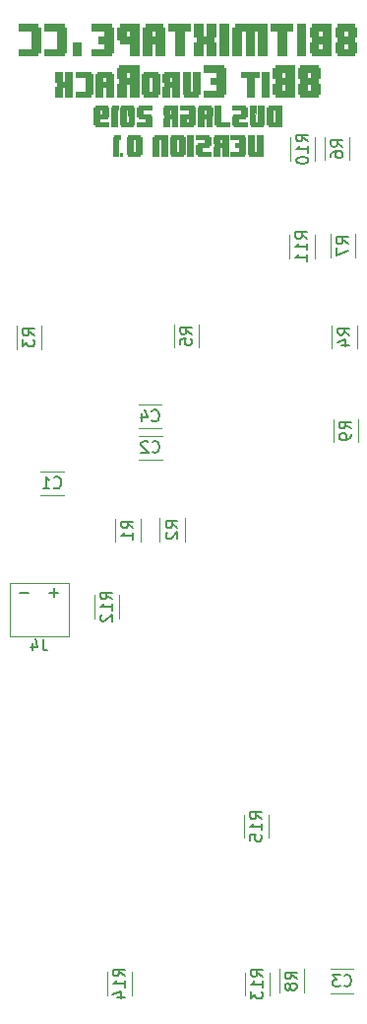
<source format=gbr>
G04 #@! TF.GenerationSoftware,KiCad,Pcbnew,5.1.2-f72e74a~84~ubuntu16.04.1*
G04 #@! TF.CreationDate,2019-05-08T01:02:17+08:00*
G04 #@! TF.ProjectId,8Bit_EuroRack_7hp,38426974-5f45-4757-926f-5261636b5f37,rev?*
G04 #@! TF.SameCoordinates,Original*
G04 #@! TF.FileFunction,Legend,Bot*
G04 #@! TF.FilePolarity,Positive*
%FSLAX46Y46*%
G04 Gerber Fmt 4.6, Leading zero omitted, Abs format (unit mm)*
G04 Created by KiCad (PCBNEW 5.1.2-f72e74a~84~ubuntu16.04.1) date 2019-05-08 01:02:17*
%MOMM*%
%LPD*%
G04 APERTURE LIST*
%ADD10C,0.010000*%
%ADD11C,0.120000*%
%ADD12C,0.150000*%
G04 APERTURE END LIST*
D10*
G36*
X76103700Y-61531700D02*
G01*
X76103700Y-60998300D01*
X76294200Y-60998300D01*
X76294200Y-60185500D01*
X76103700Y-60185500D01*
X76103700Y-59918800D01*
X74630500Y-59918800D01*
X74630500Y-60185500D01*
X74440000Y-60185500D01*
X74440000Y-60998300D01*
X74630500Y-60998300D01*
X74630500Y-61531700D01*
X74440000Y-61531700D01*
X74440000Y-62344500D01*
X74630500Y-62344500D01*
X74630500Y-62611200D01*
X75544900Y-62611200D01*
X75544900Y-62065100D01*
X75189300Y-62065100D01*
X75189300Y-61544400D01*
X75544900Y-61544400D01*
X75544900Y-60985600D01*
X75189300Y-60985600D01*
X75189300Y-60464900D01*
X75544900Y-60464900D01*
X75544900Y-60985600D01*
X75544900Y-61544400D01*
X75544900Y-62065100D01*
X75544900Y-62611200D01*
X76103700Y-62611200D01*
X76103700Y-62344500D01*
X76294200Y-62344500D01*
X76294200Y-61531700D01*
X76103700Y-61531700D01*
X76103700Y-61531700D01*
G37*
X76103700Y-61531700D02*
X76103700Y-60998300D01*
X76294200Y-60998300D01*
X76294200Y-60185500D01*
X76103700Y-60185500D01*
X76103700Y-59918800D01*
X74630500Y-59918800D01*
X74630500Y-60185500D01*
X74440000Y-60185500D01*
X74440000Y-60998300D01*
X74630500Y-60998300D01*
X74630500Y-61531700D01*
X74440000Y-61531700D01*
X74440000Y-62344500D01*
X74630500Y-62344500D01*
X74630500Y-62611200D01*
X75544900Y-62611200D01*
X75544900Y-62065100D01*
X75189300Y-62065100D01*
X75189300Y-61544400D01*
X75544900Y-61544400D01*
X75544900Y-60985600D01*
X75189300Y-60985600D01*
X75189300Y-60464900D01*
X75544900Y-60464900D01*
X75544900Y-60985600D01*
X75544900Y-61544400D01*
X75544900Y-62065100D01*
X75544900Y-62611200D01*
X76103700Y-62611200D01*
X76103700Y-62344500D01*
X76294200Y-62344500D01*
X76294200Y-61531700D01*
X76103700Y-61531700D01*
G36*
X72420700Y-59918800D02*
G01*
X72420700Y-60185500D01*
X72242900Y-60185500D01*
X72242900Y-60998300D01*
X72420700Y-60998300D01*
X72420700Y-61531700D01*
X72242900Y-61531700D01*
X72242900Y-62344500D01*
X72420700Y-62344500D01*
X72420700Y-62611200D01*
X73335100Y-62611200D01*
X73335100Y-62065100D01*
X72979500Y-62065100D01*
X72979500Y-61544400D01*
X73335100Y-61544400D01*
X73335100Y-60985600D01*
X72979500Y-60985600D01*
X72979500Y-60464900D01*
X73335100Y-60464900D01*
X73335100Y-60985600D01*
X73335100Y-61544400D01*
X73335100Y-62065100D01*
X73335100Y-62611200D01*
X74084400Y-62611200D01*
X74084400Y-59918800D01*
X72420700Y-59918800D01*
X72420700Y-59918800D01*
G37*
X72420700Y-59918800D02*
X72420700Y-60185500D01*
X72242900Y-60185500D01*
X72242900Y-60998300D01*
X72420700Y-60998300D01*
X72420700Y-61531700D01*
X72242900Y-61531700D01*
X72242900Y-62344500D01*
X72420700Y-62344500D01*
X72420700Y-62611200D01*
X73335100Y-62611200D01*
X73335100Y-62065100D01*
X72979500Y-62065100D01*
X72979500Y-61544400D01*
X73335100Y-61544400D01*
X73335100Y-60985600D01*
X72979500Y-60985600D01*
X72979500Y-60464900D01*
X73335100Y-60464900D01*
X73335100Y-60985600D01*
X73335100Y-61544400D01*
X73335100Y-62065100D01*
X73335100Y-62611200D01*
X74084400Y-62611200D01*
X74084400Y-59918800D01*
X72420700Y-59918800D01*
G36*
X72954100Y-63728800D02*
G01*
X72954100Y-63462100D01*
X71468200Y-63462100D01*
X71468200Y-63728800D01*
X71290400Y-63728800D01*
X71290400Y-64554300D01*
X71468200Y-64554300D01*
X71468200Y-65075000D01*
X71290400Y-65075000D01*
X71290400Y-65887800D01*
X71468200Y-65887800D01*
X71468200Y-66154500D01*
X72395300Y-66154500D01*
X72395300Y-65608400D01*
X72039700Y-65608400D01*
X72039700Y-65087700D01*
X72395300Y-65087700D01*
X72395300Y-64541600D01*
X72039700Y-64541600D01*
X72039700Y-64008200D01*
X72395300Y-64008200D01*
X72395300Y-64541600D01*
X72395300Y-65087700D01*
X72395300Y-65608400D01*
X72395300Y-66154500D01*
X72954100Y-66154500D01*
X72954100Y-65887800D01*
X73144600Y-65887800D01*
X73144600Y-65075000D01*
X72954100Y-65075000D01*
X72954100Y-64555413D01*
X73046175Y-64551682D01*
X73138250Y-64547950D01*
X73144952Y-63728800D01*
X72954100Y-63728800D01*
X72954100Y-63728800D01*
G37*
X72954100Y-63728800D02*
X72954100Y-63462100D01*
X71468200Y-63462100D01*
X71468200Y-63728800D01*
X71290400Y-63728800D01*
X71290400Y-64554300D01*
X71468200Y-64554300D01*
X71468200Y-65075000D01*
X71290400Y-65075000D01*
X71290400Y-65887800D01*
X71468200Y-65887800D01*
X71468200Y-66154500D01*
X72395300Y-66154500D01*
X72395300Y-65608400D01*
X72039700Y-65608400D01*
X72039700Y-65087700D01*
X72395300Y-65087700D01*
X72395300Y-64541600D01*
X72039700Y-64541600D01*
X72039700Y-64008200D01*
X72395300Y-64008200D01*
X72395300Y-64541600D01*
X72395300Y-65087700D01*
X72395300Y-65608400D01*
X72395300Y-66154500D01*
X72954100Y-66154500D01*
X72954100Y-65887800D01*
X73144600Y-65887800D01*
X73144600Y-65075000D01*
X72954100Y-65075000D01*
X72954100Y-64555413D01*
X73046175Y-64551682D01*
X73138250Y-64547950D01*
X73144952Y-63728800D01*
X72954100Y-63728800D01*
G36*
X71138000Y-59918800D02*
G01*
X71138000Y-62611200D01*
X71887300Y-62611200D01*
X71887300Y-59918800D01*
X71138000Y-59918800D01*
X71138000Y-59918800D01*
G37*
X71138000Y-59918800D02*
X71138000Y-62611200D01*
X71887300Y-62611200D01*
X71887300Y-59918800D01*
X71138000Y-59918800D01*
G36*
X69271100Y-63462100D02*
G01*
X69271100Y-63727688D01*
X69086950Y-63735150D01*
X69086950Y-64547950D01*
X69179025Y-64551682D01*
X69271100Y-64555413D01*
X69271100Y-65075000D01*
X69080600Y-65075000D01*
X69080600Y-65472934D01*
X69080861Y-65571042D01*
X69081600Y-65660898D01*
X69082751Y-65739377D01*
X69084250Y-65803355D01*
X69086032Y-65849709D01*
X69088031Y-65875312D01*
X69089067Y-65879334D01*
X69105185Y-65883593D01*
X69139321Y-65886634D01*
X69184101Y-65887800D01*
X69271100Y-65887800D01*
X69271100Y-66154500D01*
X70185500Y-66154500D01*
X70185500Y-65608400D01*
X69829900Y-65608400D01*
X69829900Y-65087700D01*
X70185500Y-65087700D01*
X70185500Y-64541600D01*
X69829900Y-64541600D01*
X69829900Y-64008200D01*
X70185500Y-64008200D01*
X70185500Y-64541600D01*
X70185500Y-65087700D01*
X70185500Y-65608400D01*
X70185500Y-66154500D01*
X70934800Y-66154500D01*
X70934800Y-63462100D01*
X69271100Y-63462100D01*
X69271100Y-63462100D01*
G37*
X69271100Y-63462100D02*
X69271100Y-63727688D01*
X69086950Y-63735150D01*
X69086950Y-64547950D01*
X69179025Y-64551682D01*
X69271100Y-64555413D01*
X69271100Y-65075000D01*
X69080600Y-65075000D01*
X69080600Y-65472934D01*
X69080861Y-65571042D01*
X69081600Y-65660898D01*
X69082751Y-65739377D01*
X69084250Y-65803355D01*
X69086032Y-65849709D01*
X69088031Y-65875312D01*
X69089067Y-65879334D01*
X69105185Y-65883593D01*
X69139321Y-65886634D01*
X69184101Y-65887800D01*
X69271100Y-65887800D01*
X69271100Y-66154500D01*
X70185500Y-66154500D01*
X70185500Y-65608400D01*
X69829900Y-65608400D01*
X69829900Y-65087700D01*
X70185500Y-65087700D01*
X70185500Y-64541600D01*
X69829900Y-64541600D01*
X69829900Y-64008200D01*
X70185500Y-64008200D01*
X70185500Y-64541600D01*
X70185500Y-65087700D01*
X70185500Y-65608400D01*
X70185500Y-66154500D01*
X70934800Y-66154500D01*
X70934800Y-63462100D01*
X69271100Y-63462100D01*
G36*
X68928200Y-59918800D02*
G01*
X68928200Y-60464900D01*
X69487000Y-60464900D01*
X69487000Y-62611200D01*
X70223600Y-62611200D01*
X70223600Y-60464900D01*
X70782400Y-60464900D01*
X70782400Y-59918800D01*
X68928200Y-59918800D01*
X68928200Y-59918800D01*
G37*
X68928200Y-59918800D02*
X68928200Y-60464900D01*
X69487000Y-60464900D01*
X69487000Y-62611200D01*
X70223600Y-62611200D01*
X70223600Y-60464900D01*
X70782400Y-60464900D01*
X70782400Y-59918800D01*
X68928200Y-59918800D01*
G36*
X68686900Y-66916500D02*
G01*
X68686900Y-67094300D01*
X68559900Y-67094300D01*
X68559900Y-68542100D01*
X68686900Y-68542100D01*
X68686900Y-68732600D01*
X69309200Y-68732600D01*
X69309200Y-68364300D01*
X69067900Y-68364300D01*
X69067900Y-67284800D01*
X69309200Y-67284800D01*
X69309200Y-68364300D01*
X69309200Y-68732600D01*
X69804500Y-68732600D01*
X69804500Y-68417186D01*
X69804698Y-68335431D01*
X69805262Y-68232884D01*
X69806150Y-68114151D01*
X69807319Y-67983837D01*
X69808727Y-67846549D01*
X69810331Y-67706890D01*
X69812087Y-67569467D01*
X69812922Y-67509136D01*
X69821344Y-66916500D01*
X68686900Y-66916500D01*
X68686900Y-66916500D01*
G37*
X68686900Y-66916500D02*
X68686900Y-67094300D01*
X68559900Y-67094300D01*
X68559900Y-68542100D01*
X68686900Y-68542100D01*
X68686900Y-68732600D01*
X69309200Y-68732600D01*
X69309200Y-68364300D01*
X69067900Y-68364300D01*
X69067900Y-67284800D01*
X69309200Y-67284800D01*
X69309200Y-68364300D01*
X69309200Y-68732600D01*
X69804500Y-68732600D01*
X69804500Y-68417186D01*
X69804698Y-68335431D01*
X69805262Y-68232884D01*
X69806150Y-68114151D01*
X69807319Y-67983837D01*
X69808727Y-67846549D01*
X69810331Y-67706890D01*
X69812087Y-67569467D01*
X69812922Y-67509136D01*
X69821344Y-66916500D01*
X68686900Y-66916500D01*
G36*
X68140800Y-64008200D02*
G01*
X68140800Y-66154500D01*
X68737700Y-66154500D01*
X68737700Y-64008200D01*
X68140800Y-64008200D01*
X68140800Y-64008200D01*
G37*
X68140800Y-64008200D02*
X68140800Y-66154500D01*
X68737700Y-66154500D01*
X68737700Y-64008200D01*
X68140800Y-64008200D01*
G36*
X67807025Y-66916500D02*
G01*
X67825767Y-68364300D01*
X67566834Y-68364300D01*
X67585576Y-66916500D01*
X67074000Y-66916500D01*
X67074000Y-68542100D01*
X67201000Y-68542100D01*
X67201000Y-68732600D01*
X68190488Y-68732600D01*
X68197950Y-68548450D01*
X68258275Y-68544580D01*
X68318600Y-68540709D01*
X68318600Y-66916500D01*
X67807025Y-66916500D01*
X67807025Y-66916500D01*
G37*
X67807025Y-66916500D02*
X67825767Y-68364300D01*
X67566834Y-68364300D01*
X67585576Y-66916500D01*
X67074000Y-66916500D01*
X67074000Y-68542100D01*
X67201000Y-68542100D01*
X67201000Y-68732600D01*
X68190488Y-68732600D01*
X68197950Y-68548450D01*
X68258275Y-68544580D01*
X68318600Y-68540709D01*
X68318600Y-66916500D01*
X67807025Y-66916500D01*
G36*
X67683600Y-69431100D02*
G01*
X67683600Y-70866200D01*
X67442300Y-70866200D01*
X67442300Y-69431100D01*
X66947000Y-69431100D01*
X66947000Y-71056700D01*
X67061300Y-71056700D01*
X67061300Y-71234500D01*
X68178900Y-71234500D01*
X68178900Y-69431100D01*
X67683600Y-69431100D01*
X67683600Y-69431100D01*
G37*
X67683600Y-69431100D02*
X67683600Y-70866200D01*
X67442300Y-70866200D01*
X67442300Y-69431100D01*
X66947000Y-69431100D01*
X66947000Y-71056700D01*
X67061300Y-71056700D01*
X67061300Y-71234500D01*
X68178900Y-71234500D01*
X68178900Y-69431100D01*
X67683600Y-69431100D01*
G36*
X67855050Y-64014550D02*
G01*
X66375500Y-64007996D01*
X66375500Y-64452700D01*
X66820000Y-64452700D01*
X66820000Y-66154500D01*
X67416900Y-66154500D01*
X67416900Y-64452700D01*
X67862000Y-64452700D01*
X67855050Y-64014550D01*
X67855050Y-64014550D01*
G37*
X67855050Y-64014550D02*
X66375500Y-64007996D01*
X66375500Y-64452700D01*
X66820000Y-64452700D01*
X66820000Y-66154500D01*
X67416900Y-66154500D01*
X67416900Y-64452700D01*
X67862000Y-64452700D01*
X67855050Y-64014550D01*
G36*
X65804000Y-59918800D02*
G01*
X65804000Y-60185500D01*
X65626200Y-60185500D01*
X65626200Y-62611200D01*
X66375500Y-62611200D01*
X66375500Y-60464900D01*
X66731100Y-60464900D01*
X66731100Y-62611200D01*
X67480400Y-62611200D01*
X67480400Y-60464900D01*
X67823300Y-60464900D01*
X67823300Y-62611200D01*
X68572600Y-62611200D01*
X68572600Y-59918800D01*
X65804000Y-59918800D01*
X65804000Y-59918800D01*
G37*
X65804000Y-59918800D02*
X65804000Y-60185500D01*
X65626200Y-60185500D01*
X65626200Y-62611200D01*
X66375500Y-62611200D01*
X66375500Y-60464900D01*
X66731100Y-60464900D01*
X66731100Y-62611200D01*
X67480400Y-62611200D01*
X67480400Y-60464900D01*
X67823300Y-60464900D01*
X67823300Y-62611200D01*
X68572600Y-62611200D01*
X68572600Y-59918800D01*
X65804000Y-59918800D01*
G36*
X66083400Y-68364300D02*
G01*
X66083400Y-68008700D01*
X66705700Y-68008700D01*
X66705700Y-67832292D01*
X66826350Y-67824550D01*
X66833090Y-67094300D01*
X66705700Y-67094300D01*
X66705700Y-66916500D01*
X65588100Y-66916500D01*
X65588100Y-67284800D01*
X66324700Y-67284800D01*
X66324700Y-67640400D01*
X65703658Y-67640400D01*
X65708750Y-67824550D01*
X65588100Y-67832292D01*
X65588100Y-68540709D01*
X65648425Y-68544580D01*
X65708750Y-68548450D01*
X65712485Y-68640659D01*
X65716219Y-68732867D01*
X66271285Y-68729559D01*
X66826350Y-68726250D01*
X66833398Y-68364300D01*
X66083400Y-68364300D01*
X66083400Y-68364300D01*
G37*
X66083400Y-68364300D02*
X66083400Y-68008700D01*
X66705700Y-68008700D01*
X66705700Y-67832292D01*
X66826350Y-67824550D01*
X66833090Y-67094300D01*
X66705700Y-67094300D01*
X66705700Y-66916500D01*
X65588100Y-66916500D01*
X65588100Y-67284800D01*
X66324700Y-67284800D01*
X66324700Y-67640400D01*
X65703658Y-67640400D01*
X65708750Y-67824550D01*
X65588100Y-67832292D01*
X65588100Y-68540709D01*
X65648425Y-68544580D01*
X65708750Y-68548450D01*
X65712485Y-68640659D01*
X65716219Y-68732867D01*
X66271285Y-68729559D01*
X66826350Y-68726250D01*
X66833398Y-68364300D01*
X66083400Y-68364300D01*
G36*
X66566000Y-69608900D02*
G01*
X66566000Y-69431100D01*
X65448400Y-69431100D01*
X65448400Y-69786700D01*
X66197700Y-69786700D01*
X66197700Y-70155000D01*
X65829400Y-70155000D01*
X65829400Y-70510600D01*
X66197700Y-70510600D01*
X66197700Y-70865817D01*
X65826225Y-70869184D01*
X65454750Y-70872550D01*
X65451227Y-71053525D01*
X65447703Y-71234500D01*
X66566000Y-71234500D01*
X66566000Y-71056700D01*
X66693000Y-71056700D01*
X66693000Y-69608900D01*
X66566000Y-69608900D01*
X66566000Y-69608900D01*
G37*
X66566000Y-69608900D02*
X66566000Y-69431100D01*
X65448400Y-69431100D01*
X65448400Y-69786700D01*
X66197700Y-69786700D01*
X66197700Y-70155000D01*
X65829400Y-70155000D01*
X65829400Y-70510600D01*
X66197700Y-70510600D01*
X66197700Y-70865817D01*
X65826225Y-70869184D01*
X65454750Y-70872550D01*
X65451227Y-71053525D01*
X65447703Y-71234500D01*
X66566000Y-71234500D01*
X66566000Y-71056700D01*
X66693000Y-71056700D01*
X66693000Y-69608900D01*
X66566000Y-69608900D01*
G36*
X64521300Y-59918800D02*
G01*
X64521300Y-62611200D01*
X65270600Y-62611200D01*
X65270600Y-59918800D01*
X64521300Y-59918800D01*
X64521300Y-59918800D01*
G37*
X64521300Y-59918800D02*
X64521300Y-62611200D01*
X65270600Y-62611200D01*
X65270600Y-59918800D01*
X64521300Y-59918800D01*
G36*
X64968975Y-68367284D02*
G01*
X64597500Y-68363917D01*
X64597500Y-66916500D01*
X64089500Y-66916500D01*
X64092498Y-67307025D01*
X64093425Y-67426397D01*
X64094504Y-67563135D01*
X64095671Y-67709208D01*
X64096861Y-67856583D01*
X64098009Y-67997229D01*
X64099019Y-68119137D01*
X64102541Y-68540723D01*
X64162696Y-68544587D01*
X64222850Y-68548450D01*
X64226585Y-68640659D01*
X64230319Y-68732867D01*
X64785385Y-68729559D01*
X65340450Y-68726250D01*
X65340450Y-68370650D01*
X64968975Y-68367284D01*
X64968975Y-68367284D01*
G37*
X64968975Y-68367284D02*
X64597500Y-68363917D01*
X64597500Y-66916500D01*
X64089500Y-66916500D01*
X64092498Y-67307025D01*
X64093425Y-67426397D01*
X64094504Y-67563135D01*
X64095671Y-67709208D01*
X64096861Y-67856583D01*
X64098009Y-67997229D01*
X64099019Y-68119137D01*
X64102541Y-68540723D01*
X64162696Y-68544587D01*
X64222850Y-68548450D01*
X64226585Y-68640659D01*
X64230319Y-68732867D01*
X64785385Y-68729559D01*
X65340450Y-68726250D01*
X65340450Y-68370650D01*
X64968975Y-68367284D01*
G36*
X64089500Y-69431100D02*
G01*
X64089500Y-69608900D01*
X63961995Y-69608900D01*
X63965423Y-69878775D01*
X63968850Y-70148650D01*
X64089500Y-70156392D01*
X64089500Y-70510600D01*
X63962500Y-70510600D01*
X63962500Y-71234500D01*
X64457800Y-71234500D01*
X64457800Y-70510600D01*
X64547357Y-70510600D01*
X64547357Y-70153353D01*
X64504981Y-70152691D01*
X64478583Y-70150547D01*
X64474737Y-70149597D01*
X64467635Y-70140760D01*
X64462688Y-70118464D01*
X64459604Y-70079497D01*
X64458087Y-70020647D01*
X64457800Y-69964899D01*
X64457800Y-69786700D01*
X64712498Y-69786700D01*
X64705450Y-70148650D01*
X64598562Y-70152373D01*
X64547357Y-70153353D01*
X64547357Y-70510600D01*
X64711800Y-70510600D01*
X64711800Y-71234500D01*
X65207100Y-71234500D01*
X65207100Y-69431100D01*
X64089500Y-69431100D01*
X64089500Y-69431100D01*
G37*
X64089500Y-69431100D02*
X64089500Y-69608900D01*
X63961995Y-69608900D01*
X63965423Y-69878775D01*
X63968850Y-70148650D01*
X64089500Y-70156392D01*
X64089500Y-70510600D01*
X63962500Y-70510600D01*
X63962500Y-71234500D01*
X64457800Y-71234500D01*
X64457800Y-70510600D01*
X64547357Y-70510600D01*
X64547357Y-70153353D01*
X64504981Y-70152691D01*
X64478583Y-70150547D01*
X64474737Y-70149597D01*
X64467635Y-70140760D01*
X64462688Y-70118464D01*
X64459604Y-70079497D01*
X64458087Y-70020647D01*
X64457800Y-69964899D01*
X64457800Y-69786700D01*
X64712498Y-69786700D01*
X64705450Y-70148650D01*
X64598562Y-70152373D01*
X64547357Y-70153353D01*
X64547357Y-70510600D01*
X64711800Y-70510600D01*
X64711800Y-71234500D01*
X65207100Y-71234500D01*
X65207100Y-69431100D01*
X64089500Y-69431100D01*
G36*
X64813400Y-63728800D02*
G01*
X64813400Y-63462100D01*
X63149700Y-63462100D01*
X63149700Y-64008200D01*
X64254600Y-64008200D01*
X64254600Y-64541600D01*
X63695800Y-64541600D01*
X63695800Y-65087700D01*
X64254600Y-65087700D01*
X64254600Y-65608400D01*
X63149700Y-65608400D01*
X63149700Y-66154500D01*
X64813400Y-66154500D01*
X64813400Y-65887800D01*
X65003900Y-65887800D01*
X65003900Y-63728800D01*
X64813400Y-63728800D01*
X64813400Y-63728800D01*
G37*
X64813400Y-63728800D02*
X64813400Y-63462100D01*
X63149700Y-63462100D01*
X63149700Y-64008200D01*
X64254600Y-64008200D01*
X64254600Y-64541600D01*
X63695800Y-64541600D01*
X63695800Y-65087700D01*
X64254600Y-65087700D01*
X64254600Y-65608400D01*
X63149700Y-65608400D01*
X63149700Y-66154500D01*
X64813400Y-66154500D01*
X64813400Y-65887800D01*
X65003900Y-65887800D01*
X65003900Y-63728800D01*
X64813400Y-63728800D01*
G36*
X63733900Y-67094300D02*
G01*
X63733900Y-66916500D01*
X62730600Y-66916500D01*
X62730600Y-67094300D01*
X62603600Y-67094300D01*
X62606629Y-67395925D01*
X62607423Y-67479657D01*
X62608333Y-67583599D01*
X62609317Y-67702566D01*
X62610336Y-67831368D01*
X62611348Y-67964819D01*
X62612311Y-68097730D01*
X62613122Y-68215349D01*
X62616586Y-68733148D01*
X63105250Y-68726250D01*
X63111996Y-68008700D01*
X63352505Y-68008700D01*
X63352900Y-68050714D01*
X63352900Y-67640400D01*
X63111600Y-67640400D01*
X63111600Y-67284800D01*
X63352900Y-67284800D01*
X63352900Y-67640400D01*
X63352900Y-68050714D01*
X63355878Y-68367475D01*
X63359250Y-68726250D01*
X63603725Y-68729700D01*
X63848200Y-68733149D01*
X63848200Y-68373002D01*
X63848471Y-68267844D01*
X63849235Y-68144013D01*
X63850424Y-68008229D01*
X63851969Y-67867213D01*
X63853802Y-67727684D01*
X63855853Y-67596364D01*
X63856610Y-67553577D01*
X63865019Y-67094300D01*
X63733900Y-67094300D01*
X63733900Y-67094300D01*
G37*
X63733900Y-67094300D02*
X63733900Y-66916500D01*
X62730600Y-66916500D01*
X62730600Y-67094300D01*
X62603600Y-67094300D01*
X62606629Y-67395925D01*
X62607423Y-67479657D01*
X62608333Y-67583599D01*
X62609317Y-67702566D01*
X62610336Y-67831368D01*
X62611348Y-67964819D01*
X62612311Y-68097730D01*
X62613122Y-68215349D01*
X62616586Y-68733148D01*
X63105250Y-68726250D01*
X63111996Y-68008700D01*
X63352505Y-68008700D01*
X63352900Y-68050714D01*
X63352900Y-67640400D01*
X63111600Y-67640400D01*
X63111600Y-67284800D01*
X63352900Y-67284800D01*
X63352900Y-67640400D01*
X63352900Y-68050714D01*
X63355878Y-68367475D01*
X63359250Y-68726250D01*
X63603725Y-68729700D01*
X63848200Y-68733149D01*
X63848200Y-68373002D01*
X63848471Y-68267844D01*
X63849235Y-68144013D01*
X63850424Y-68008229D01*
X63851969Y-67867213D01*
X63853802Y-67727684D01*
X63855853Y-67596364D01*
X63856610Y-67553577D01*
X63865019Y-67094300D01*
X63733900Y-67094300D01*
G36*
X63714850Y-70872550D02*
G01*
X63343375Y-70869184D01*
X62971900Y-70865817D01*
X62971900Y-70510600D01*
X63594200Y-70510600D01*
X63594200Y-70334192D01*
X63714850Y-70326450D01*
X63721596Y-69608900D01*
X63594200Y-69608900D01*
X63594200Y-69431100D01*
X62476600Y-69431100D01*
X62476600Y-69786700D01*
X63226598Y-69786700D01*
X63219550Y-70148650D01*
X62603600Y-70155452D01*
X62603600Y-70332800D01*
X62476600Y-70332800D01*
X62476600Y-71056700D01*
X62603600Y-71056700D01*
X62603600Y-71234500D01*
X63721898Y-71234500D01*
X63714850Y-70872550D01*
X63714850Y-70872550D01*
G37*
X63714850Y-70872550D02*
X63343375Y-70869184D01*
X62971900Y-70865817D01*
X62971900Y-70510600D01*
X63594200Y-70510600D01*
X63594200Y-70334192D01*
X63714850Y-70326450D01*
X63721596Y-69608900D01*
X63594200Y-69608900D01*
X63594200Y-69431100D01*
X62476600Y-69431100D01*
X62476600Y-69786700D01*
X63226598Y-69786700D01*
X63219550Y-70148650D01*
X62603600Y-70155452D01*
X62603600Y-70332800D01*
X62476600Y-70332800D01*
X62476600Y-71056700D01*
X62603600Y-71056700D01*
X62603600Y-71234500D01*
X63721898Y-71234500D01*
X63714850Y-70872550D01*
G36*
X63987900Y-61531700D02*
G01*
X63987900Y-60998300D01*
X64165700Y-60998300D01*
X64165700Y-59918800D01*
X63416400Y-59918800D01*
X63416400Y-60985600D01*
X63073500Y-60985600D01*
X63073500Y-59918800D01*
X62324200Y-59918800D01*
X62324200Y-60998300D01*
X62502000Y-60998300D01*
X62502000Y-61531700D01*
X62324200Y-61531700D01*
X62324200Y-62611200D01*
X63073500Y-62611200D01*
X63073500Y-61544400D01*
X63416400Y-61544400D01*
X63416400Y-62611200D01*
X64165700Y-62611200D01*
X64165700Y-61531700D01*
X63987900Y-61531700D01*
X63987900Y-61531700D01*
G37*
X63987900Y-61531700D02*
X63987900Y-60998300D01*
X64165700Y-60998300D01*
X64165700Y-59918800D01*
X63416400Y-59918800D01*
X63416400Y-60985600D01*
X63073500Y-60985600D01*
X63073500Y-59918800D01*
X62324200Y-59918800D01*
X62324200Y-60998300D01*
X62502000Y-60998300D01*
X62502000Y-61531700D01*
X62324200Y-61531700D01*
X62324200Y-62611200D01*
X63073500Y-62611200D01*
X63073500Y-61544400D01*
X63416400Y-61544400D01*
X63416400Y-62611200D01*
X64165700Y-62611200D01*
X64165700Y-61531700D01*
X63987900Y-61531700D01*
G36*
X61727300Y-69431100D02*
G01*
X61727300Y-71234500D01*
X62222600Y-71234500D01*
X62222600Y-69431100D01*
X61727300Y-69431100D01*
X61727300Y-69431100D01*
G37*
X61727300Y-69431100D02*
X61727300Y-71234500D01*
X62222600Y-71234500D01*
X62222600Y-69431100D01*
X61727300Y-69431100D01*
G36*
X62197200Y-64008200D02*
G01*
X62197200Y-65710000D01*
X61917800Y-65710000D01*
X61917800Y-64008200D01*
X61320900Y-64008200D01*
X61320900Y-65938600D01*
X61473300Y-65938600D01*
X61473300Y-66154500D01*
X62654400Y-66154500D01*
X62654400Y-65938600D01*
X62794100Y-65938600D01*
X62794100Y-64008200D01*
X62197200Y-64008200D01*
X62197200Y-64008200D01*
G37*
X62197200Y-64008200D02*
X62197200Y-65710000D01*
X61917800Y-65710000D01*
X61917800Y-64008200D01*
X61320900Y-64008200D01*
X61320900Y-65938600D01*
X61473300Y-65938600D01*
X61473300Y-66154500D01*
X62654400Y-66154500D01*
X62654400Y-65938600D01*
X62794100Y-65938600D01*
X62794100Y-64008200D01*
X62197200Y-64008200D01*
G36*
X62248000Y-67094300D02*
G01*
X62248000Y-66916500D01*
X61117700Y-66916500D01*
X61117700Y-67284800D01*
X61867000Y-67284800D01*
X61867000Y-68364300D01*
X61613000Y-68364300D01*
X61613000Y-68008700D01*
X61740000Y-68008700D01*
X61740140Y-67872175D01*
X61740937Y-67810184D01*
X61742971Y-67752600D01*
X61745899Y-67707318D01*
X61748152Y-67688025D01*
X61756024Y-67640400D01*
X61117700Y-67640400D01*
X61117700Y-68178034D01*
X61117894Y-68292507D01*
X61118448Y-68399050D01*
X61119321Y-68494993D01*
X61120470Y-68577668D01*
X61121856Y-68644406D01*
X61123436Y-68692540D01*
X61125170Y-68719401D01*
X61126167Y-68724134D01*
X61140258Y-68725914D01*
X61177111Y-68727567D01*
X61234089Y-68729053D01*
X61308554Y-68730332D01*
X61397869Y-68731363D01*
X61499397Y-68732107D01*
X61610498Y-68732524D01*
X61684411Y-68732600D01*
X62234188Y-68732600D01*
X62241650Y-68548450D01*
X62301975Y-68544580D01*
X62362300Y-68540709D01*
X62362300Y-68276782D01*
X62362556Y-68198270D01*
X62363282Y-68099828D01*
X62364413Y-67986917D01*
X62365887Y-67865000D01*
X62367640Y-67739541D01*
X62369608Y-67616003D01*
X62370710Y-67553577D01*
X62379119Y-67094300D01*
X62248000Y-67094300D01*
X62248000Y-67094300D01*
G37*
X62248000Y-67094300D02*
X62248000Y-66916500D01*
X61117700Y-66916500D01*
X61117700Y-67284800D01*
X61867000Y-67284800D01*
X61867000Y-68364300D01*
X61613000Y-68364300D01*
X61613000Y-68008700D01*
X61740000Y-68008700D01*
X61740140Y-67872175D01*
X61740937Y-67810184D01*
X61742971Y-67752600D01*
X61745899Y-67707318D01*
X61748152Y-67688025D01*
X61756024Y-67640400D01*
X61117700Y-67640400D01*
X61117700Y-68178034D01*
X61117894Y-68292507D01*
X61118448Y-68399050D01*
X61119321Y-68494993D01*
X61120470Y-68577668D01*
X61121856Y-68644406D01*
X61123436Y-68692540D01*
X61125170Y-68719401D01*
X61126167Y-68724134D01*
X61140258Y-68725914D01*
X61177111Y-68727567D01*
X61234089Y-68729053D01*
X61308554Y-68730332D01*
X61397869Y-68731363D01*
X61499397Y-68732107D01*
X61610498Y-68732524D01*
X61684411Y-68732600D01*
X62234188Y-68732600D01*
X62241650Y-68548450D01*
X62301975Y-68544580D01*
X62362300Y-68540709D01*
X62362300Y-68276782D01*
X62362556Y-68198270D01*
X62363282Y-68099828D01*
X62364413Y-67986917D01*
X62365887Y-67865000D01*
X62367640Y-67739541D01*
X62369608Y-67616003D01*
X62370710Y-67553577D01*
X62379119Y-67094300D01*
X62248000Y-67094300D01*
G36*
X61359000Y-69608900D02*
G01*
X61359000Y-69431100D01*
X60368400Y-69431100D01*
X60368400Y-69608900D01*
X60241400Y-69608900D01*
X60241400Y-71056700D01*
X60368400Y-71056700D01*
X60368400Y-71234500D01*
X60990700Y-71234500D01*
X60990700Y-70866200D01*
X60736700Y-70866200D01*
X60736700Y-69786700D01*
X60990700Y-69786700D01*
X60990700Y-70866200D01*
X60990700Y-71234500D01*
X61359000Y-71234500D01*
X61359000Y-71056700D01*
X61486000Y-71056700D01*
X61486000Y-69608900D01*
X61359000Y-69608900D01*
X61359000Y-69608900D01*
G37*
X61359000Y-69608900D02*
X61359000Y-69431100D01*
X60368400Y-69431100D01*
X60368400Y-69608900D01*
X60241400Y-69608900D01*
X60241400Y-71056700D01*
X60368400Y-71056700D01*
X60368400Y-71234500D01*
X60990700Y-71234500D01*
X60990700Y-70866200D01*
X60736700Y-70866200D01*
X60736700Y-69786700D01*
X60990700Y-69786700D01*
X60990700Y-70866200D01*
X60990700Y-71234500D01*
X61359000Y-71234500D01*
X61359000Y-71056700D01*
X61486000Y-71056700D01*
X61486000Y-69608900D01*
X61359000Y-69608900D01*
G36*
X60114400Y-59918800D02*
G01*
X60114400Y-60464900D01*
X60673200Y-60464900D01*
X60673200Y-62611200D01*
X61409800Y-62611200D01*
X61409800Y-60464900D01*
X61968600Y-60464900D01*
X61968600Y-59918800D01*
X60114400Y-59918800D01*
X60114400Y-59918800D01*
G37*
X60114400Y-59918800D02*
X60114400Y-60464900D01*
X60673200Y-60464900D01*
X60673200Y-62611200D01*
X61409800Y-62611200D01*
X61409800Y-60464900D01*
X61968600Y-60464900D01*
X61968600Y-59918800D01*
X60114400Y-59918800D01*
G36*
X59746100Y-66916500D02*
G01*
X59746100Y-67094300D01*
X59631800Y-67094300D01*
X59631800Y-67653100D01*
X59687363Y-67653100D01*
X59722345Y-67654598D01*
X59740022Y-67662450D01*
X59748456Y-67681695D01*
X59750863Y-67692788D01*
X59754168Y-67721929D01*
X59756799Y-67769140D01*
X59758430Y-67827094D01*
X59758800Y-67870588D01*
X59758800Y-68008700D01*
X59631800Y-68008700D01*
X59631800Y-68732600D01*
X60127100Y-68732600D01*
X60127100Y-68008700D01*
X60368400Y-68008700D01*
X60368400Y-67640400D01*
X60139800Y-67640400D01*
X60139800Y-67284800D01*
X60368400Y-67284800D01*
X60368400Y-67640400D01*
X60368400Y-68008700D01*
X60381100Y-68008700D01*
X60381100Y-68732600D01*
X60876400Y-68732600D01*
X60876400Y-66916500D01*
X59746100Y-66916500D01*
X59746100Y-66916500D01*
G37*
X59746100Y-66916500D02*
X59746100Y-67094300D01*
X59631800Y-67094300D01*
X59631800Y-67653100D01*
X59687363Y-67653100D01*
X59722345Y-67654598D01*
X59740022Y-67662450D01*
X59748456Y-67681695D01*
X59750863Y-67692788D01*
X59754168Y-67721929D01*
X59756799Y-67769140D01*
X59758430Y-67827094D01*
X59758800Y-67870588D01*
X59758800Y-68008700D01*
X59631800Y-68008700D01*
X59631800Y-68732600D01*
X60127100Y-68732600D01*
X60127100Y-68008700D01*
X60368400Y-68008700D01*
X60368400Y-67640400D01*
X60139800Y-67640400D01*
X60139800Y-67284800D01*
X60368400Y-67284800D01*
X60368400Y-67640400D01*
X60368400Y-68008700D01*
X60381100Y-68008700D01*
X60381100Y-68732600D01*
X60876400Y-68732600D01*
X60876400Y-66916500D01*
X59746100Y-66916500D01*
G36*
X59708000Y-64008200D02*
G01*
X59708000Y-64224100D01*
X59568300Y-64224100D01*
X59568300Y-64871800D01*
X59708000Y-64871800D01*
X59708000Y-65290900D01*
X59568300Y-65290900D01*
X59568300Y-66154500D01*
X60165200Y-66154500D01*
X60165200Y-65303600D01*
X60444600Y-65303600D01*
X60444600Y-64859100D01*
X60165200Y-64859100D01*
X60165200Y-64452700D01*
X60444600Y-64452700D01*
X60444600Y-64859100D01*
X60444600Y-65303600D01*
X60444600Y-66154500D01*
X61041500Y-66154500D01*
X61041500Y-64008200D01*
X59708000Y-64008200D01*
X59708000Y-64008200D01*
G37*
X59708000Y-64008200D02*
X59708000Y-64224100D01*
X59568300Y-64224100D01*
X59568300Y-64871800D01*
X59708000Y-64871800D01*
X59708000Y-65290900D01*
X59568300Y-65290900D01*
X59568300Y-66154500D01*
X60165200Y-66154500D01*
X60165200Y-65303600D01*
X60444600Y-65303600D01*
X60444600Y-64859100D01*
X60165200Y-64859100D01*
X60165200Y-64452700D01*
X60444600Y-64452700D01*
X60444600Y-64859100D01*
X60444600Y-65303600D01*
X60444600Y-66154500D01*
X61041500Y-66154500D01*
X61041500Y-64008200D01*
X59708000Y-64008200D01*
G36*
X58882500Y-69431100D02*
G01*
X58882500Y-69608900D01*
X58755500Y-69608900D01*
X58755500Y-71234500D01*
X59250800Y-71234500D01*
X59250800Y-69786700D01*
X59504800Y-69786700D01*
X59504800Y-71234500D01*
X60000100Y-71234500D01*
X60000100Y-69431100D01*
X58882500Y-69431100D01*
X58882500Y-69431100D01*
G37*
X58882500Y-69431100D02*
X58882500Y-69608900D01*
X58755500Y-69608900D01*
X58755500Y-71234500D01*
X59250800Y-71234500D01*
X59250800Y-69786700D01*
X59504800Y-69786700D01*
X59504800Y-71234500D01*
X60000100Y-71234500D01*
X60000100Y-69431100D01*
X58882500Y-69431100D01*
G36*
X59581000Y-60185500D02*
G01*
X59581000Y-59918800D01*
X58095100Y-59918800D01*
X58095100Y-60185500D01*
X57917300Y-60185500D01*
X57917300Y-62611200D01*
X58653900Y-62611200D01*
X58653900Y-61544400D01*
X59009500Y-61544400D01*
X59009500Y-60985600D01*
X58653900Y-60985600D01*
X58653900Y-60464900D01*
X59009500Y-60464900D01*
X59009500Y-60985600D01*
X59009500Y-61544400D01*
X59009500Y-62611200D01*
X59758800Y-62611200D01*
X59758800Y-60185500D01*
X59581000Y-60185500D01*
X59581000Y-60185500D01*
G37*
X59581000Y-60185500D02*
X59581000Y-59918800D01*
X58095100Y-59918800D01*
X58095100Y-60185500D01*
X57917300Y-60185500D01*
X57917300Y-62611200D01*
X58653900Y-62611200D01*
X58653900Y-61544400D01*
X59009500Y-61544400D01*
X59009500Y-60985600D01*
X58653900Y-60985600D01*
X58653900Y-60464900D01*
X59009500Y-60464900D01*
X59009500Y-60985600D01*
X59009500Y-61544400D01*
X59009500Y-62611200D01*
X59758800Y-62611200D01*
X59758800Y-60185500D01*
X59581000Y-60185500D01*
G36*
X59136500Y-64224100D02*
G01*
X59136500Y-64008200D01*
X57955400Y-64008200D01*
X57955400Y-64224100D01*
X57815700Y-64224100D01*
X57815700Y-65938600D01*
X57955400Y-65938600D01*
X57955400Y-66154500D01*
X58692000Y-66154500D01*
X58692000Y-65710000D01*
X58412600Y-65710000D01*
X58412600Y-64452700D01*
X58692000Y-64452700D01*
X58692000Y-65710000D01*
X58692000Y-66154500D01*
X59136500Y-66154500D01*
X59136500Y-65938600D01*
X59288900Y-65938600D01*
X59288900Y-64224100D01*
X59136500Y-64224100D01*
X59136500Y-64224100D01*
G37*
X59136500Y-64224100D02*
X59136500Y-64008200D01*
X57955400Y-64008200D01*
X57955400Y-64224100D01*
X57815700Y-64224100D01*
X57815700Y-65938600D01*
X57955400Y-65938600D01*
X57955400Y-66154500D01*
X58692000Y-66154500D01*
X58692000Y-65710000D01*
X58412600Y-65710000D01*
X58412600Y-64452700D01*
X58692000Y-64452700D01*
X58692000Y-65710000D01*
X58692000Y-66154500D01*
X59136500Y-66154500D01*
X59136500Y-65938600D01*
X59288900Y-65938600D01*
X59288900Y-64224100D01*
X59136500Y-64224100D01*
G36*
X57523600Y-66916500D02*
G01*
X57523600Y-67094300D01*
X57396211Y-67094300D01*
X57399581Y-67459425D01*
X57402950Y-67824550D01*
X57523600Y-67832292D01*
X57523600Y-68008700D01*
X58145900Y-68008700D01*
X58145900Y-68363917D01*
X57774425Y-68367284D01*
X57402950Y-68370650D01*
X57399433Y-68542816D01*
X57398760Y-68606565D01*
X57399374Y-68660987D01*
X57401129Y-68701147D01*
X57403882Y-68722112D01*
X57404725Y-68723791D01*
X57418812Y-68725547D01*
X57455805Y-68727186D01*
X57513214Y-68728674D01*
X57588544Y-68729974D01*
X57679304Y-68731052D01*
X57783000Y-68731873D01*
X57897140Y-68732400D01*
X58019231Y-68732600D01*
X58641200Y-68732600D01*
X58641200Y-67832292D01*
X58520550Y-67824550D01*
X58523097Y-67732475D01*
X58525643Y-67640400D01*
X57904600Y-67640400D01*
X57904600Y-67284800D01*
X58653900Y-67284800D01*
X58653900Y-66916500D01*
X57523600Y-66916500D01*
X57523600Y-66916500D01*
G37*
X57523600Y-66916500D02*
X57523600Y-67094300D01*
X57396211Y-67094300D01*
X57399581Y-67459425D01*
X57402950Y-67824550D01*
X57523600Y-67832292D01*
X57523600Y-68008700D01*
X58145900Y-68008700D01*
X58145900Y-68363917D01*
X57774425Y-68367284D01*
X57402950Y-68370650D01*
X57399433Y-68542816D01*
X57398760Y-68606565D01*
X57399374Y-68660987D01*
X57401129Y-68701147D01*
X57403882Y-68722112D01*
X57404725Y-68723791D01*
X57418812Y-68725547D01*
X57455805Y-68727186D01*
X57513214Y-68728674D01*
X57588544Y-68729974D01*
X57679304Y-68731052D01*
X57783000Y-68731873D01*
X57897140Y-68732400D01*
X58019231Y-68732600D01*
X58641200Y-68732600D01*
X58641200Y-67832292D01*
X58520550Y-67824550D01*
X58523097Y-67732475D01*
X58525643Y-67640400D01*
X57904600Y-67640400D01*
X57904600Y-67284800D01*
X58653900Y-67284800D01*
X58653900Y-66916500D01*
X57523600Y-66916500D01*
G36*
X57637900Y-69608900D02*
G01*
X57637900Y-69431100D01*
X56647300Y-69431100D01*
X56647300Y-69608900D01*
X56520300Y-69608900D01*
X56520300Y-71056700D01*
X56647300Y-71056700D01*
X56647300Y-71234500D01*
X57269600Y-71234500D01*
X57269600Y-70866200D01*
X57015600Y-70866200D01*
X57015600Y-69786700D01*
X57269600Y-69786700D01*
X57269600Y-70866200D01*
X57269600Y-71234500D01*
X57637900Y-71234500D01*
X57637900Y-71056700D01*
X57764900Y-71056700D01*
X57764900Y-69608900D01*
X57637900Y-69608900D01*
X57637900Y-69608900D01*
G37*
X57637900Y-69608900D02*
X57637900Y-69431100D01*
X56647300Y-69431100D01*
X56647300Y-69608900D01*
X56520300Y-69608900D01*
X56520300Y-71056700D01*
X56647300Y-71056700D01*
X56647300Y-71234500D01*
X57269600Y-71234500D01*
X57269600Y-70866200D01*
X57015600Y-70866200D01*
X57015600Y-69786700D01*
X57269600Y-69786700D01*
X57269600Y-70866200D01*
X57269600Y-71234500D01*
X57637900Y-71234500D01*
X57637900Y-71056700D01*
X57764900Y-71056700D01*
X57764900Y-69608900D01*
X57637900Y-69608900D01*
G36*
X55961500Y-70967800D02*
G01*
X55961500Y-71234500D01*
X56113900Y-71234500D01*
X56113900Y-70967800D01*
X55961500Y-70967800D01*
X55961500Y-70967800D01*
G37*
X55961500Y-70967800D02*
X55961500Y-71234500D01*
X56113900Y-71234500D01*
X56113900Y-70967800D01*
X55961500Y-70967800D01*
G36*
X57041000Y-67094300D02*
G01*
X57041000Y-66916500D01*
X56025000Y-66916500D01*
X56025000Y-67094300D01*
X55910700Y-67094300D01*
X55910700Y-68542100D01*
X56037700Y-68542100D01*
X56037700Y-68732600D01*
X56406000Y-68732600D01*
X56406000Y-68364300D01*
X56406028Y-68138875D01*
X56406418Y-68057285D01*
X56407492Y-67957916D01*
X56409132Y-67848377D01*
X56411220Y-67736277D01*
X56413637Y-67629225D01*
X56414412Y-67599125D01*
X56422768Y-67284800D01*
X56643233Y-67284800D01*
X56651589Y-67599125D01*
X56654083Y-67703167D01*
X56656282Y-67814547D01*
X56658069Y-67925658D01*
X56659326Y-68028890D01*
X56659935Y-68116634D01*
X56659973Y-68138875D01*
X56660000Y-68364300D01*
X56406000Y-68364300D01*
X56406000Y-68732600D01*
X57028300Y-68732600D01*
X57028300Y-68542100D01*
X57155300Y-68542100D01*
X57155300Y-67094300D01*
X57041000Y-67094300D01*
X57041000Y-67094300D01*
G37*
X57041000Y-67094300D02*
X57041000Y-66916500D01*
X56025000Y-66916500D01*
X56025000Y-67094300D01*
X55910700Y-67094300D01*
X55910700Y-68542100D01*
X56037700Y-68542100D01*
X56037700Y-68732600D01*
X56406000Y-68732600D01*
X56406000Y-68364300D01*
X56406028Y-68138875D01*
X56406418Y-68057285D01*
X56407492Y-67957916D01*
X56409132Y-67848377D01*
X56411220Y-67736277D01*
X56413637Y-67629225D01*
X56414412Y-67599125D01*
X56422768Y-67284800D01*
X56643233Y-67284800D01*
X56651589Y-67599125D01*
X56654083Y-67703167D01*
X56656282Y-67814547D01*
X56658069Y-67925658D01*
X56659326Y-68028890D01*
X56659935Y-68116634D01*
X56659973Y-68138875D01*
X56660000Y-68364300D01*
X56406000Y-68364300D01*
X56406000Y-68732600D01*
X57028300Y-68732600D01*
X57028300Y-68542100D01*
X57155300Y-68542100D01*
X57155300Y-67094300D01*
X57041000Y-67094300D01*
G36*
X55898000Y-59918800D02*
G01*
X55898000Y-60185500D01*
X55707500Y-60185500D01*
X55707500Y-61277700D01*
X55898000Y-61277700D01*
X55898000Y-61544400D01*
X56812400Y-61544400D01*
X56812400Y-60985600D01*
X56456800Y-60985600D01*
X56456800Y-60464900D01*
X56812400Y-60464900D01*
X56812400Y-60985600D01*
X56812400Y-61544400D01*
X56812400Y-62611200D01*
X57561700Y-62611200D01*
X57561700Y-59918800D01*
X55898000Y-59918800D01*
X55898000Y-59918800D01*
G37*
X55898000Y-59918800D02*
X55898000Y-60185500D01*
X55707500Y-60185500D01*
X55707500Y-61277700D01*
X55898000Y-61277700D01*
X55898000Y-61544400D01*
X56812400Y-61544400D01*
X56812400Y-60985600D01*
X56456800Y-60985600D01*
X56456800Y-60464900D01*
X56812400Y-60464900D01*
X56812400Y-60985600D01*
X56812400Y-61544400D01*
X56812400Y-62611200D01*
X57561700Y-62611200D01*
X57561700Y-59918800D01*
X55898000Y-59918800D01*
G36*
X55872600Y-63462100D02*
G01*
X55872600Y-63728800D01*
X55682100Y-63728800D01*
X55682100Y-64554300D01*
X55872600Y-64554300D01*
X55872600Y-65075000D01*
X55682100Y-65075000D01*
X55682100Y-66154500D01*
X56431400Y-66154500D01*
X56431400Y-65087700D01*
X56787000Y-65087700D01*
X56787000Y-64541600D01*
X56431400Y-64541600D01*
X56431400Y-64008200D01*
X56787000Y-64008200D01*
X56787000Y-64541600D01*
X56787000Y-65087700D01*
X56787000Y-66154500D01*
X57536300Y-66154500D01*
X57536300Y-63462100D01*
X55872600Y-63462100D01*
X55872600Y-63462100D01*
G37*
X55872600Y-63462100D02*
X55872600Y-63728800D01*
X55682100Y-63728800D01*
X55682100Y-64554300D01*
X55872600Y-64554300D01*
X55872600Y-65075000D01*
X55682100Y-65075000D01*
X55682100Y-66154500D01*
X56431400Y-66154500D01*
X56431400Y-65087700D01*
X56787000Y-65087700D01*
X56787000Y-64541600D01*
X56431400Y-64541600D01*
X56431400Y-64008200D01*
X56787000Y-64008200D01*
X56787000Y-64541600D01*
X56787000Y-65087700D01*
X56787000Y-66154500D01*
X57536300Y-66154500D01*
X57536300Y-63462100D01*
X55872600Y-63462100D01*
G36*
X55428100Y-69431100D02*
G01*
X55428100Y-69608900D01*
X55301100Y-69608900D01*
X55301100Y-71234500D01*
X55796400Y-71234500D01*
X55796400Y-69786700D01*
X55923400Y-69786700D01*
X55923400Y-69431100D01*
X55428100Y-69431100D01*
X55428100Y-69431100D01*
G37*
X55428100Y-69431100D02*
X55428100Y-69608900D01*
X55301100Y-69608900D01*
X55301100Y-71234500D01*
X55796400Y-71234500D01*
X55796400Y-69786700D01*
X55923400Y-69786700D01*
X55923400Y-69431100D01*
X55428100Y-69431100D01*
G36*
X55288400Y-66916500D02*
G01*
X55288400Y-67094300D01*
X55161400Y-67094300D01*
X55164429Y-67395925D01*
X55165223Y-67479657D01*
X55166133Y-67583599D01*
X55167117Y-67702566D01*
X55168136Y-67831368D01*
X55169148Y-67964819D01*
X55170111Y-68097730D01*
X55170922Y-68215349D01*
X55174386Y-68733148D01*
X55663050Y-68726250D01*
X55669610Y-67284800D01*
X55796400Y-67284800D01*
X55796400Y-66916500D01*
X55288400Y-66916500D01*
X55288400Y-66916500D01*
G37*
X55288400Y-66916500D02*
X55288400Y-67094300D01*
X55161400Y-67094300D01*
X55164429Y-67395925D01*
X55165223Y-67479657D01*
X55166133Y-67583599D01*
X55167117Y-67702566D01*
X55168136Y-67831368D01*
X55169148Y-67964819D01*
X55170111Y-68097730D01*
X55170922Y-68215349D01*
X55174386Y-68733148D01*
X55663050Y-68726250D01*
X55669610Y-67284800D01*
X55796400Y-67284800D01*
X55796400Y-66916500D01*
X55288400Y-66916500D01*
G36*
X55186800Y-64224100D02*
G01*
X55186800Y-64008200D01*
X54005700Y-64008200D01*
X54005700Y-64224100D01*
X53853300Y-64224100D01*
X53853300Y-66154500D01*
X54450200Y-66154500D01*
X54450200Y-65303600D01*
X54729600Y-65303600D01*
X54729600Y-64859100D01*
X54450200Y-64859100D01*
X54450200Y-64452700D01*
X54729600Y-64452700D01*
X54729600Y-64859100D01*
X54729600Y-65303600D01*
X54729600Y-66154500D01*
X55326500Y-66154500D01*
X55326500Y-64224100D01*
X55186800Y-64224100D01*
X55186800Y-64224100D01*
G37*
X55186800Y-64224100D02*
X55186800Y-64008200D01*
X54005700Y-64008200D01*
X54005700Y-64224100D01*
X53853300Y-64224100D01*
X53853300Y-66154500D01*
X54450200Y-66154500D01*
X54450200Y-65303600D01*
X54729600Y-65303600D01*
X54729600Y-64859100D01*
X54450200Y-64859100D01*
X54450200Y-64452700D01*
X54729600Y-64452700D01*
X54729600Y-64859100D01*
X54729600Y-65303600D01*
X54729600Y-66154500D01*
X55326500Y-66154500D01*
X55326500Y-64224100D01*
X55186800Y-64224100D01*
G36*
X54805800Y-67094300D02*
G01*
X54805800Y-66916500D01*
X53802500Y-66916500D01*
X53802500Y-67094300D01*
X53675500Y-67094300D01*
X53675500Y-68542100D01*
X53802500Y-68542100D01*
X53802500Y-68732600D01*
X54920100Y-68732600D01*
X54920100Y-68364300D01*
X54170800Y-68364300D01*
X54170800Y-68008700D01*
X54424800Y-68008700D01*
X54424800Y-67640400D01*
X54183500Y-67640400D01*
X54183500Y-67284800D01*
X54424800Y-67284800D01*
X54424800Y-67640400D01*
X54424800Y-68008700D01*
X54793100Y-68008700D01*
X54793100Y-67830900D01*
X54916373Y-67830900D01*
X54924587Y-67733734D01*
X54927104Y-67690850D01*
X54929310Y-67628227D01*
X54931077Y-67551527D01*
X54932279Y-67466410D01*
X54932791Y-67378539D01*
X54932800Y-67365434D01*
X54932800Y-67094300D01*
X54805800Y-67094300D01*
X54805800Y-67094300D01*
G37*
X54805800Y-67094300D02*
X54805800Y-66916500D01*
X53802500Y-66916500D01*
X53802500Y-67094300D01*
X53675500Y-67094300D01*
X53675500Y-68542100D01*
X53802500Y-68542100D01*
X53802500Y-68732600D01*
X54920100Y-68732600D01*
X54920100Y-68364300D01*
X54170800Y-68364300D01*
X54170800Y-68008700D01*
X54424800Y-68008700D01*
X54424800Y-67640400D01*
X54183500Y-67640400D01*
X54183500Y-67284800D01*
X54424800Y-67284800D01*
X54424800Y-67640400D01*
X54424800Y-68008700D01*
X54793100Y-68008700D01*
X54793100Y-67830900D01*
X54916373Y-67830900D01*
X54924587Y-67733734D01*
X54927104Y-67690850D01*
X54929310Y-67628227D01*
X54931077Y-67551527D01*
X54932279Y-67466410D01*
X54932791Y-67378539D01*
X54932800Y-67365434D01*
X54932800Y-67094300D01*
X54805800Y-67094300D01*
G36*
X55174100Y-60185500D02*
G01*
X55174100Y-59918800D01*
X53510400Y-59918800D01*
X53510400Y-60464900D01*
X54602600Y-60464900D01*
X54602600Y-60985600D01*
X54056500Y-60985600D01*
X54056500Y-61544400D01*
X54602600Y-61544400D01*
X54602600Y-62065100D01*
X53510400Y-62065100D01*
X53510400Y-62611200D01*
X55174100Y-62611200D01*
X55174100Y-62344500D01*
X55351900Y-62344500D01*
X55351900Y-60185500D01*
X55174100Y-60185500D01*
X55174100Y-60185500D01*
G37*
X55174100Y-60185500D02*
X55174100Y-59918800D01*
X53510400Y-59918800D01*
X53510400Y-60464900D01*
X54602600Y-60464900D01*
X54602600Y-60985600D01*
X54056500Y-60985600D01*
X54056500Y-61544400D01*
X54602600Y-61544400D01*
X54602600Y-62065100D01*
X53510400Y-62065100D01*
X53510400Y-62611200D01*
X55174100Y-62611200D01*
X55174100Y-62344500D01*
X55351900Y-62344500D01*
X55351900Y-60185500D01*
X55174100Y-60185500D01*
G36*
X53434200Y-64224100D02*
G01*
X53434200Y-64008200D01*
X52100700Y-64008200D01*
X52100700Y-64452700D01*
X52977000Y-64452700D01*
X52977000Y-65710000D01*
X52100700Y-65710000D01*
X52100700Y-66154500D01*
X53434200Y-66154500D01*
X53434200Y-65938600D01*
X53573900Y-65938600D01*
X53573900Y-64224100D01*
X53434200Y-64224100D01*
X53434200Y-64224100D01*
G37*
X53434200Y-64224100D02*
X53434200Y-64008200D01*
X52100700Y-64008200D01*
X52100700Y-64452700D01*
X52977000Y-64452700D01*
X52977000Y-65710000D01*
X52100700Y-65710000D01*
X52100700Y-66154500D01*
X53434200Y-66154500D01*
X53434200Y-65938600D01*
X53573900Y-65938600D01*
X53573900Y-64224100D01*
X53434200Y-64224100D01*
G36*
X51884800Y-61519000D02*
G01*
X51884800Y-62611200D01*
X52507100Y-62611200D01*
X52507100Y-61519000D01*
X51884800Y-61519000D01*
X51884800Y-61519000D01*
G37*
X51884800Y-61519000D02*
X51884800Y-62611200D01*
X52507100Y-62611200D01*
X52507100Y-61519000D01*
X51884800Y-61519000D01*
G36*
X51224400Y-64008200D02*
G01*
X51224400Y-64859100D01*
X50945000Y-64859100D01*
X50945000Y-64008200D01*
X50348100Y-64008200D01*
X50348100Y-64871800D01*
X50487800Y-64871800D01*
X50487800Y-65290900D01*
X50348100Y-65290900D01*
X50348100Y-66154500D01*
X50945000Y-66154500D01*
X50945000Y-65303600D01*
X51224400Y-65303600D01*
X51224400Y-66154500D01*
X51821300Y-66154500D01*
X51821300Y-64008200D01*
X51224400Y-64008200D01*
X51224400Y-64008200D01*
G37*
X51224400Y-64008200D02*
X51224400Y-64859100D01*
X50945000Y-64859100D01*
X50945000Y-64008200D01*
X50348100Y-64008200D01*
X50348100Y-64871800D01*
X50487800Y-64871800D01*
X50487800Y-65290900D01*
X50348100Y-65290900D01*
X50348100Y-66154500D01*
X50945000Y-66154500D01*
X50945000Y-65303600D01*
X51224400Y-65303600D01*
X51224400Y-66154500D01*
X51821300Y-66154500D01*
X51821300Y-64008200D01*
X51224400Y-64008200D01*
G36*
X51072000Y-60185500D02*
G01*
X51072000Y-59918800D01*
X49395600Y-59918800D01*
X49395600Y-60464900D01*
X50500500Y-60464900D01*
X50500500Y-62065100D01*
X49395600Y-62065100D01*
X49395600Y-62611200D01*
X51072000Y-62611200D01*
X51072000Y-62344500D01*
X51249800Y-62344500D01*
X51249800Y-60185500D01*
X51072000Y-60185500D01*
X51072000Y-60185500D01*
G37*
X51072000Y-60185500D02*
X51072000Y-59918800D01*
X49395600Y-59918800D01*
X49395600Y-60464900D01*
X50500500Y-60464900D01*
X50500500Y-62065100D01*
X49395600Y-62065100D01*
X49395600Y-62611200D01*
X51072000Y-62611200D01*
X51072000Y-62344500D01*
X51249800Y-62344500D01*
X51249800Y-60185500D01*
X51072000Y-60185500D01*
G36*
X48862200Y-60185500D02*
G01*
X48862200Y-59918800D01*
X47198500Y-59918800D01*
X47198500Y-60464900D01*
X48303400Y-60464900D01*
X48303400Y-62065100D01*
X47198500Y-62065100D01*
X47198500Y-62611200D01*
X48862200Y-62611200D01*
X48862200Y-62344500D01*
X49040000Y-62344500D01*
X49040000Y-60185500D01*
X48862200Y-60185500D01*
X48862200Y-60185500D01*
G37*
X48862200Y-60185500D02*
X48862200Y-59918800D01*
X47198500Y-59918800D01*
X47198500Y-60464900D01*
X48303400Y-60464900D01*
X48303400Y-62065100D01*
X47198500Y-62065100D01*
X47198500Y-62611200D01*
X48862200Y-62611200D01*
X48862200Y-62344500D01*
X49040000Y-62344500D01*
X49040000Y-60185500D01*
X48862200Y-60185500D01*
D11*
X51500000Y-112478000D02*
X51500000Y-107906000D01*
X46420000Y-112478000D02*
X46420000Y-107906000D01*
X46420000Y-112478000D02*
X51500000Y-112478000D01*
X51500000Y-107906000D02*
X46420000Y-107906000D01*
X59510000Y-94600000D02*
X57510000Y-94600000D01*
X57510000Y-92560000D02*
X59510000Y-92560000D01*
X74040000Y-141040000D02*
X76040000Y-141040000D01*
X76040000Y-143080000D02*
X74040000Y-143080000D01*
X59540000Y-97290000D02*
X57540000Y-97290000D01*
X57540000Y-95250000D02*
X59540000Y-95250000D01*
X49090000Y-98300000D02*
X51090000Y-98300000D01*
X51090000Y-100340000D02*
X49090000Y-100340000D01*
X76300000Y-87770000D02*
X76300000Y-85770000D01*
X74160000Y-85770000D02*
X74160000Y-87770000D01*
X75700000Y-71610000D02*
X75700000Y-69610000D01*
X73560000Y-69610000D02*
X73560000Y-71610000D01*
X68810000Y-143310000D02*
X68810000Y-141310000D01*
X66670000Y-141310000D02*
X66670000Y-143310000D01*
X55860000Y-110930000D02*
X55860000Y-108930000D01*
X53720000Y-108930000D02*
X53720000Y-110930000D01*
X72660000Y-80000000D02*
X72660000Y-78000000D01*
X70520000Y-78000000D02*
X70520000Y-80000000D01*
X72730000Y-71630000D02*
X72730000Y-69630000D01*
X70590000Y-69630000D02*
X70590000Y-71630000D01*
X74280000Y-93810000D02*
X74280000Y-95810000D01*
X76420000Y-95810000D02*
X76420000Y-93810000D01*
X69620000Y-141040000D02*
X69620000Y-143040000D01*
X71760000Y-143040000D02*
X71760000Y-141040000D01*
X76170000Y-79950000D02*
X76170000Y-77950000D01*
X74030000Y-77950000D02*
X74030000Y-79950000D01*
X62720000Y-87700000D02*
X62720000Y-85700000D01*
X60580000Y-85700000D02*
X60580000Y-87700000D01*
X49170000Y-87820000D02*
X49170000Y-85820000D01*
X47030000Y-85820000D02*
X47030000Y-87820000D01*
X61500000Y-104340000D02*
X61500000Y-102340000D01*
X59360000Y-102340000D02*
X59360000Y-104340000D01*
X55540000Y-102350000D02*
X55540000Y-104350000D01*
X57680000Y-104350000D02*
X57680000Y-102350000D01*
X56950000Y-143260000D02*
X56950000Y-141260000D01*
X54810000Y-141260000D02*
X54810000Y-143260000D01*
X68730000Y-129780000D02*
X68730000Y-127780000D01*
X66590000Y-127780000D02*
X66590000Y-129780000D01*
D12*
X49293333Y-112692380D02*
X49293333Y-113406666D01*
X49340952Y-113549523D01*
X49436190Y-113644761D01*
X49579047Y-113692380D01*
X49674285Y-113692380D01*
X48388571Y-113025714D02*
X48388571Y-113692380D01*
X48626666Y-112644761D02*
X48864761Y-113359047D01*
X48245714Y-113359047D01*
X48070952Y-108739428D02*
X47309047Y-108739428D01*
X50610952Y-108739428D02*
X49849047Y-108739428D01*
X50230000Y-109120380D02*
X50230000Y-108358476D01*
X58676666Y-93937142D02*
X58724285Y-93984761D01*
X58867142Y-94032380D01*
X58962380Y-94032380D01*
X59105238Y-93984761D01*
X59200476Y-93889523D01*
X59248095Y-93794285D01*
X59295714Y-93603809D01*
X59295714Y-93460952D01*
X59248095Y-93270476D01*
X59200476Y-93175238D01*
X59105238Y-93080000D01*
X58962380Y-93032380D01*
X58867142Y-93032380D01*
X58724285Y-93080000D01*
X58676666Y-93127619D01*
X57819523Y-93365714D02*
X57819523Y-94032380D01*
X58057619Y-92984761D02*
X58295714Y-93699047D01*
X57676666Y-93699047D01*
X75206666Y-142417142D02*
X75254285Y-142464761D01*
X75397142Y-142512380D01*
X75492380Y-142512380D01*
X75635238Y-142464761D01*
X75730476Y-142369523D01*
X75778095Y-142274285D01*
X75825714Y-142083809D01*
X75825714Y-141940952D01*
X75778095Y-141750476D01*
X75730476Y-141655238D01*
X75635238Y-141560000D01*
X75492380Y-141512380D01*
X75397142Y-141512380D01*
X75254285Y-141560000D01*
X75206666Y-141607619D01*
X74873333Y-141512380D02*
X74254285Y-141512380D01*
X74587619Y-141893333D01*
X74444761Y-141893333D01*
X74349523Y-141940952D01*
X74301904Y-141988571D01*
X74254285Y-142083809D01*
X74254285Y-142321904D01*
X74301904Y-142417142D01*
X74349523Y-142464761D01*
X74444761Y-142512380D01*
X74730476Y-142512380D01*
X74825714Y-142464761D01*
X74873333Y-142417142D01*
X58706666Y-96627142D02*
X58754285Y-96674761D01*
X58897142Y-96722380D01*
X58992380Y-96722380D01*
X59135238Y-96674761D01*
X59230476Y-96579523D01*
X59278095Y-96484285D01*
X59325714Y-96293809D01*
X59325714Y-96150952D01*
X59278095Y-95960476D01*
X59230476Y-95865238D01*
X59135238Y-95770000D01*
X58992380Y-95722380D01*
X58897142Y-95722380D01*
X58754285Y-95770000D01*
X58706666Y-95817619D01*
X58325714Y-95817619D02*
X58278095Y-95770000D01*
X58182857Y-95722380D01*
X57944761Y-95722380D01*
X57849523Y-95770000D01*
X57801904Y-95817619D01*
X57754285Y-95912857D01*
X57754285Y-96008095D01*
X57801904Y-96150952D01*
X58373333Y-96722380D01*
X57754285Y-96722380D01*
X50256666Y-99677142D02*
X50304285Y-99724761D01*
X50447142Y-99772380D01*
X50542380Y-99772380D01*
X50685238Y-99724761D01*
X50780476Y-99629523D01*
X50828095Y-99534285D01*
X50875714Y-99343809D01*
X50875714Y-99200952D01*
X50828095Y-99010476D01*
X50780476Y-98915238D01*
X50685238Y-98820000D01*
X50542380Y-98772380D01*
X50447142Y-98772380D01*
X50304285Y-98820000D01*
X50256666Y-98867619D01*
X49304285Y-99772380D02*
X49875714Y-99772380D01*
X49590000Y-99772380D02*
X49590000Y-98772380D01*
X49685238Y-98915238D01*
X49780476Y-99010476D01*
X49875714Y-99058095D01*
X75682380Y-86603333D02*
X75206190Y-86270000D01*
X75682380Y-86031904D02*
X74682380Y-86031904D01*
X74682380Y-86412857D01*
X74730000Y-86508095D01*
X74777619Y-86555714D01*
X74872857Y-86603333D01*
X75015714Y-86603333D01*
X75110952Y-86555714D01*
X75158571Y-86508095D01*
X75206190Y-86412857D01*
X75206190Y-86031904D01*
X75015714Y-87460476D02*
X75682380Y-87460476D01*
X74634761Y-87222380D02*
X75349047Y-86984285D01*
X75349047Y-87603333D01*
X75082380Y-70443333D02*
X74606190Y-70110000D01*
X75082380Y-69871904D02*
X74082380Y-69871904D01*
X74082380Y-70252857D01*
X74130000Y-70348095D01*
X74177619Y-70395714D01*
X74272857Y-70443333D01*
X74415714Y-70443333D01*
X74510952Y-70395714D01*
X74558571Y-70348095D01*
X74606190Y-70252857D01*
X74606190Y-69871904D01*
X74082380Y-71300476D02*
X74082380Y-71110000D01*
X74130000Y-71014761D01*
X74177619Y-70967142D01*
X74320476Y-70871904D01*
X74510952Y-70824285D01*
X74891904Y-70824285D01*
X74987142Y-70871904D01*
X75034761Y-70919523D01*
X75082380Y-71014761D01*
X75082380Y-71205238D01*
X75034761Y-71300476D01*
X74987142Y-71348095D01*
X74891904Y-71395714D01*
X74653809Y-71395714D01*
X74558571Y-71348095D01*
X74510952Y-71300476D01*
X74463333Y-71205238D01*
X74463333Y-71014761D01*
X74510952Y-70919523D01*
X74558571Y-70871904D01*
X74653809Y-70824285D01*
X68192380Y-141667142D02*
X67716190Y-141333809D01*
X68192380Y-141095714D02*
X67192380Y-141095714D01*
X67192380Y-141476666D01*
X67240000Y-141571904D01*
X67287619Y-141619523D01*
X67382857Y-141667142D01*
X67525714Y-141667142D01*
X67620952Y-141619523D01*
X67668571Y-141571904D01*
X67716190Y-141476666D01*
X67716190Y-141095714D01*
X68192380Y-142619523D02*
X68192380Y-142048095D01*
X68192380Y-142333809D02*
X67192380Y-142333809D01*
X67335238Y-142238571D01*
X67430476Y-142143333D01*
X67478095Y-142048095D01*
X67192380Y-142952857D02*
X67192380Y-143571904D01*
X67573333Y-143238571D01*
X67573333Y-143381428D01*
X67620952Y-143476666D01*
X67668571Y-143524285D01*
X67763809Y-143571904D01*
X68001904Y-143571904D01*
X68097142Y-143524285D01*
X68144761Y-143476666D01*
X68192380Y-143381428D01*
X68192380Y-143095714D01*
X68144761Y-143000476D01*
X68097142Y-142952857D01*
X55242380Y-109287142D02*
X54766190Y-108953809D01*
X55242380Y-108715714D02*
X54242380Y-108715714D01*
X54242380Y-109096666D01*
X54290000Y-109191904D01*
X54337619Y-109239523D01*
X54432857Y-109287142D01*
X54575714Y-109287142D01*
X54670952Y-109239523D01*
X54718571Y-109191904D01*
X54766190Y-109096666D01*
X54766190Y-108715714D01*
X55242380Y-110239523D02*
X55242380Y-109668095D01*
X55242380Y-109953809D02*
X54242380Y-109953809D01*
X54385238Y-109858571D01*
X54480476Y-109763333D01*
X54528095Y-109668095D01*
X54337619Y-110620476D02*
X54290000Y-110668095D01*
X54242380Y-110763333D01*
X54242380Y-111001428D01*
X54290000Y-111096666D01*
X54337619Y-111144285D01*
X54432857Y-111191904D01*
X54528095Y-111191904D01*
X54670952Y-111144285D01*
X55242380Y-110572857D01*
X55242380Y-111191904D01*
X72042380Y-78357142D02*
X71566190Y-78023809D01*
X72042380Y-77785714D02*
X71042380Y-77785714D01*
X71042380Y-78166666D01*
X71090000Y-78261904D01*
X71137619Y-78309523D01*
X71232857Y-78357142D01*
X71375714Y-78357142D01*
X71470952Y-78309523D01*
X71518571Y-78261904D01*
X71566190Y-78166666D01*
X71566190Y-77785714D01*
X72042380Y-79309523D02*
X72042380Y-78738095D01*
X72042380Y-79023809D02*
X71042380Y-79023809D01*
X71185238Y-78928571D01*
X71280476Y-78833333D01*
X71328095Y-78738095D01*
X72042380Y-80261904D02*
X72042380Y-79690476D01*
X72042380Y-79976190D02*
X71042380Y-79976190D01*
X71185238Y-79880952D01*
X71280476Y-79785714D01*
X71328095Y-79690476D01*
X72112380Y-69987142D02*
X71636190Y-69653809D01*
X72112380Y-69415714D02*
X71112380Y-69415714D01*
X71112380Y-69796666D01*
X71160000Y-69891904D01*
X71207619Y-69939523D01*
X71302857Y-69987142D01*
X71445714Y-69987142D01*
X71540952Y-69939523D01*
X71588571Y-69891904D01*
X71636190Y-69796666D01*
X71636190Y-69415714D01*
X72112380Y-70939523D02*
X72112380Y-70368095D01*
X72112380Y-70653809D02*
X71112380Y-70653809D01*
X71255238Y-70558571D01*
X71350476Y-70463333D01*
X71398095Y-70368095D01*
X71112380Y-71558571D02*
X71112380Y-71653809D01*
X71160000Y-71749047D01*
X71207619Y-71796666D01*
X71302857Y-71844285D01*
X71493333Y-71891904D01*
X71731428Y-71891904D01*
X71921904Y-71844285D01*
X72017142Y-71796666D01*
X72064761Y-71749047D01*
X72112380Y-71653809D01*
X72112380Y-71558571D01*
X72064761Y-71463333D01*
X72017142Y-71415714D01*
X71921904Y-71368095D01*
X71731428Y-71320476D01*
X71493333Y-71320476D01*
X71302857Y-71368095D01*
X71207619Y-71415714D01*
X71160000Y-71463333D01*
X71112380Y-71558571D01*
X75802380Y-94643333D02*
X75326190Y-94310000D01*
X75802380Y-94071904D02*
X74802380Y-94071904D01*
X74802380Y-94452857D01*
X74850000Y-94548095D01*
X74897619Y-94595714D01*
X74992857Y-94643333D01*
X75135714Y-94643333D01*
X75230952Y-94595714D01*
X75278571Y-94548095D01*
X75326190Y-94452857D01*
X75326190Y-94071904D01*
X75802380Y-95119523D02*
X75802380Y-95310000D01*
X75754761Y-95405238D01*
X75707142Y-95452857D01*
X75564285Y-95548095D01*
X75373809Y-95595714D01*
X74992857Y-95595714D01*
X74897619Y-95548095D01*
X74850000Y-95500476D01*
X74802380Y-95405238D01*
X74802380Y-95214761D01*
X74850000Y-95119523D01*
X74897619Y-95071904D01*
X74992857Y-95024285D01*
X75230952Y-95024285D01*
X75326190Y-95071904D01*
X75373809Y-95119523D01*
X75421428Y-95214761D01*
X75421428Y-95405238D01*
X75373809Y-95500476D01*
X75326190Y-95548095D01*
X75230952Y-95595714D01*
X71142380Y-141873333D02*
X70666190Y-141540000D01*
X71142380Y-141301904D02*
X70142380Y-141301904D01*
X70142380Y-141682857D01*
X70190000Y-141778095D01*
X70237619Y-141825714D01*
X70332857Y-141873333D01*
X70475714Y-141873333D01*
X70570952Y-141825714D01*
X70618571Y-141778095D01*
X70666190Y-141682857D01*
X70666190Y-141301904D01*
X70570952Y-142444761D02*
X70523333Y-142349523D01*
X70475714Y-142301904D01*
X70380476Y-142254285D01*
X70332857Y-142254285D01*
X70237619Y-142301904D01*
X70190000Y-142349523D01*
X70142380Y-142444761D01*
X70142380Y-142635238D01*
X70190000Y-142730476D01*
X70237619Y-142778095D01*
X70332857Y-142825714D01*
X70380476Y-142825714D01*
X70475714Y-142778095D01*
X70523333Y-142730476D01*
X70570952Y-142635238D01*
X70570952Y-142444761D01*
X70618571Y-142349523D01*
X70666190Y-142301904D01*
X70761428Y-142254285D01*
X70951904Y-142254285D01*
X71047142Y-142301904D01*
X71094761Y-142349523D01*
X71142380Y-142444761D01*
X71142380Y-142635238D01*
X71094761Y-142730476D01*
X71047142Y-142778095D01*
X70951904Y-142825714D01*
X70761428Y-142825714D01*
X70666190Y-142778095D01*
X70618571Y-142730476D01*
X70570952Y-142635238D01*
X75552380Y-78783333D02*
X75076190Y-78450000D01*
X75552380Y-78211904D02*
X74552380Y-78211904D01*
X74552380Y-78592857D01*
X74600000Y-78688095D01*
X74647619Y-78735714D01*
X74742857Y-78783333D01*
X74885714Y-78783333D01*
X74980952Y-78735714D01*
X75028571Y-78688095D01*
X75076190Y-78592857D01*
X75076190Y-78211904D01*
X74552380Y-79116666D02*
X74552380Y-79783333D01*
X75552380Y-79354761D01*
X62102380Y-86533333D02*
X61626190Y-86200000D01*
X62102380Y-85961904D02*
X61102380Y-85961904D01*
X61102380Y-86342857D01*
X61150000Y-86438095D01*
X61197619Y-86485714D01*
X61292857Y-86533333D01*
X61435714Y-86533333D01*
X61530952Y-86485714D01*
X61578571Y-86438095D01*
X61626190Y-86342857D01*
X61626190Y-85961904D01*
X61102380Y-87438095D02*
X61102380Y-86961904D01*
X61578571Y-86914285D01*
X61530952Y-86961904D01*
X61483333Y-87057142D01*
X61483333Y-87295238D01*
X61530952Y-87390476D01*
X61578571Y-87438095D01*
X61673809Y-87485714D01*
X61911904Y-87485714D01*
X62007142Y-87438095D01*
X62054761Y-87390476D01*
X62102380Y-87295238D01*
X62102380Y-87057142D01*
X62054761Y-86961904D01*
X62007142Y-86914285D01*
X48552380Y-86653333D02*
X48076190Y-86320000D01*
X48552380Y-86081904D02*
X47552380Y-86081904D01*
X47552380Y-86462857D01*
X47600000Y-86558095D01*
X47647619Y-86605714D01*
X47742857Y-86653333D01*
X47885714Y-86653333D01*
X47980952Y-86605714D01*
X48028571Y-86558095D01*
X48076190Y-86462857D01*
X48076190Y-86081904D01*
X47552380Y-86986666D02*
X47552380Y-87605714D01*
X47933333Y-87272380D01*
X47933333Y-87415238D01*
X47980952Y-87510476D01*
X48028571Y-87558095D01*
X48123809Y-87605714D01*
X48361904Y-87605714D01*
X48457142Y-87558095D01*
X48504761Y-87510476D01*
X48552380Y-87415238D01*
X48552380Y-87129523D01*
X48504761Y-87034285D01*
X48457142Y-86986666D01*
X60882380Y-103173333D02*
X60406190Y-102840000D01*
X60882380Y-102601904D02*
X59882380Y-102601904D01*
X59882380Y-102982857D01*
X59930000Y-103078095D01*
X59977619Y-103125714D01*
X60072857Y-103173333D01*
X60215714Y-103173333D01*
X60310952Y-103125714D01*
X60358571Y-103078095D01*
X60406190Y-102982857D01*
X60406190Y-102601904D01*
X59977619Y-103554285D02*
X59930000Y-103601904D01*
X59882380Y-103697142D01*
X59882380Y-103935238D01*
X59930000Y-104030476D01*
X59977619Y-104078095D01*
X60072857Y-104125714D01*
X60168095Y-104125714D01*
X60310952Y-104078095D01*
X60882380Y-103506666D01*
X60882380Y-104125714D01*
X57062380Y-103183333D02*
X56586190Y-102850000D01*
X57062380Y-102611904D02*
X56062380Y-102611904D01*
X56062380Y-102992857D01*
X56110000Y-103088095D01*
X56157619Y-103135714D01*
X56252857Y-103183333D01*
X56395714Y-103183333D01*
X56490952Y-103135714D01*
X56538571Y-103088095D01*
X56586190Y-102992857D01*
X56586190Y-102611904D01*
X57062380Y-104135714D02*
X57062380Y-103564285D01*
X57062380Y-103850000D02*
X56062380Y-103850000D01*
X56205238Y-103754761D01*
X56300476Y-103659523D01*
X56348095Y-103564285D01*
X56332380Y-141617142D02*
X55856190Y-141283809D01*
X56332380Y-141045714D02*
X55332380Y-141045714D01*
X55332380Y-141426666D01*
X55380000Y-141521904D01*
X55427619Y-141569523D01*
X55522857Y-141617142D01*
X55665714Y-141617142D01*
X55760952Y-141569523D01*
X55808571Y-141521904D01*
X55856190Y-141426666D01*
X55856190Y-141045714D01*
X56332380Y-142569523D02*
X56332380Y-141998095D01*
X56332380Y-142283809D02*
X55332380Y-142283809D01*
X55475238Y-142188571D01*
X55570476Y-142093333D01*
X55618095Y-141998095D01*
X55665714Y-143426666D02*
X56332380Y-143426666D01*
X55284761Y-143188571D02*
X55999047Y-142950476D01*
X55999047Y-143569523D01*
X68112380Y-128137142D02*
X67636190Y-127803809D01*
X68112380Y-127565714D02*
X67112380Y-127565714D01*
X67112380Y-127946666D01*
X67160000Y-128041904D01*
X67207619Y-128089523D01*
X67302857Y-128137142D01*
X67445714Y-128137142D01*
X67540952Y-128089523D01*
X67588571Y-128041904D01*
X67636190Y-127946666D01*
X67636190Y-127565714D01*
X68112380Y-129089523D02*
X68112380Y-128518095D01*
X68112380Y-128803809D02*
X67112380Y-128803809D01*
X67255238Y-128708571D01*
X67350476Y-128613333D01*
X67398095Y-128518095D01*
X67112380Y-129994285D02*
X67112380Y-129518095D01*
X67588571Y-129470476D01*
X67540952Y-129518095D01*
X67493333Y-129613333D01*
X67493333Y-129851428D01*
X67540952Y-129946666D01*
X67588571Y-129994285D01*
X67683809Y-130041904D01*
X67921904Y-130041904D01*
X68017142Y-129994285D01*
X68064761Y-129946666D01*
X68112380Y-129851428D01*
X68112380Y-129613333D01*
X68064761Y-129518095D01*
X68017142Y-129470476D01*
M02*

</source>
